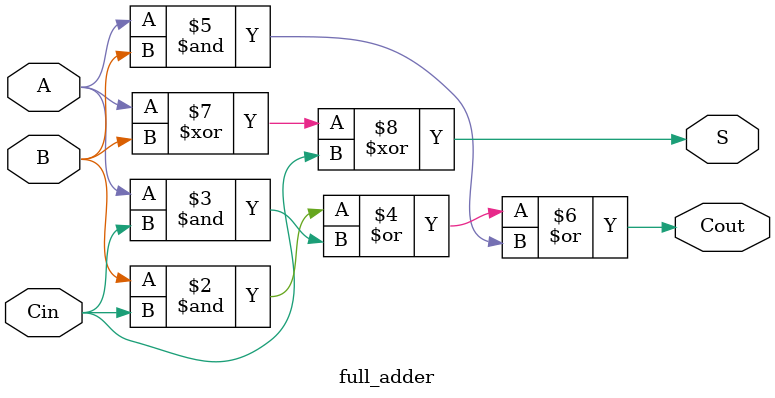
<source format=v>
`timescale 1ns / 1ps

module full_adder(
    input A, B, Cin,
    output S, Cout
    );
    
    reg Cout, S;
    
    always @(A or B or Cin)
    begin
       Cout = B & Cin | A & Cin | A & B;
       S = A ^ B ^ Cin;
    end
    
endmodule
</source>
